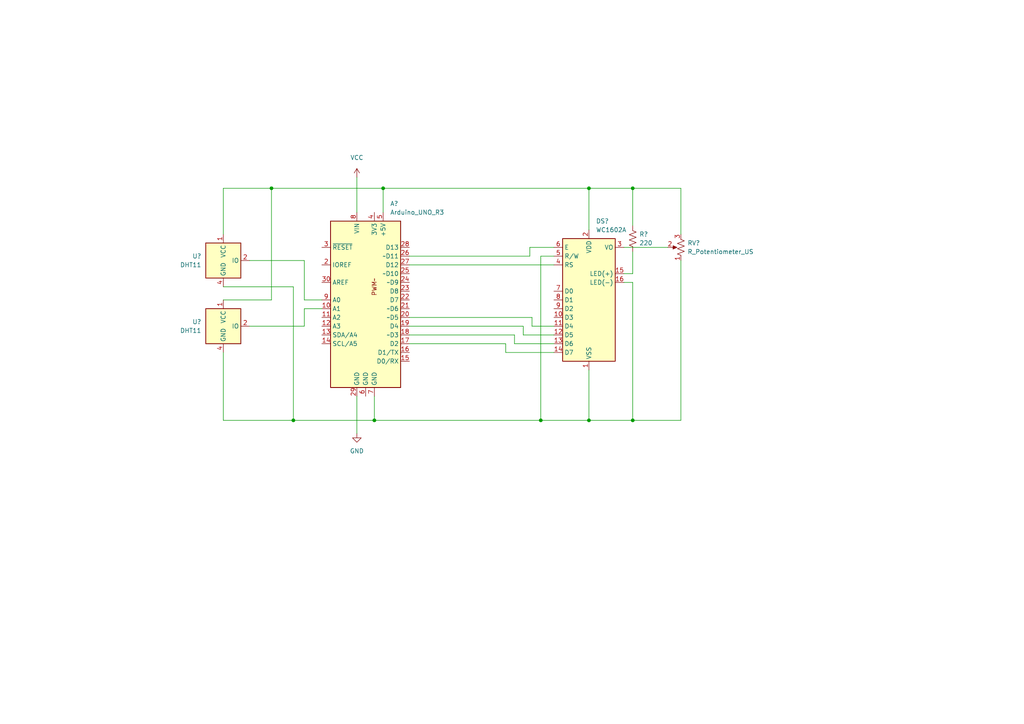
<source format=kicad_sch>
(kicad_sch (version 20211123) (generator eeschema)
  (paper "A4")
  (lib_symbols
    (symbol "Arduino:Arduino_UNO_R3"
      (property "Reference" "A" (at -10.16 23.495 0))
      (property "Value" "Arduino_UNO_R3" (at 5.08 -26.67 0))
      (symbol "Arduino_UNO_R3_0_0"
        (text "PWM~" (at 2.54 3.81 900) (effects (font (size 1.27 1.27))))
      )
      (symbol "Arduino_UNO_R3_0_1"
        (rectangle (start -10.16 22.86) (end 10.16 -25.4) (stroke (width 0.254)) (fill (type background)))
      )
      (symbol "Arduino_UNO_R3_1_1"
        (pin bidirectional line (at -12.7 -2.54 0) (length 2.54) (name "A1") (number "10"))
        (pin bidirectional line (at -12.7 -5.08 0) (length 2.54) (name "A2") (number "11"))
        (pin bidirectional line (at -12.7 -7.62 0) (length 2.54) (name "A3") (number "12"))
        (pin bidirectional line (at -12.7 -10.16 0) (length 2.54) (name "SDA/A4") (number "13"))
        (pin bidirectional line (at -12.7 -12.7 0) (length 2.54) (name "SCL/A5") (number "14"))
        (pin bidirectional line (at 12.7 -17.78 180) (length 2.54) (name "D0/RX") (number "15"))
        (pin bidirectional line (at 12.7 -15.24 180) (length 2.54) (name "D1/TX") (number "16"))
        (pin bidirectional line (at 12.7 -12.7 180) (length 2.54) (name "D2") (number "17"))
        (pin bidirectional line (at 12.7 -10.16 180) (length 2.54) (name "~D3") (number "18"))
        (pin bidirectional line (at 12.7 -7.62 180) (length 2.54) (name "D4") (number "19"))
        (pin output line (at -12.7 10.16 0) (length 2.54) (name "IOREF") (number "2"))
        (pin bidirectional line (at 12.7 -5.08 180) (length 2.54) (name "~D5") (number "20"))
        (pin bidirectional line (at 12.7 -2.54 180) (length 2.54) (name "~D6") (number "21"))
        (pin bidirectional line (at 12.7 0 180) (length 2.54) (name "D7") (number "22"))
        (pin bidirectional line (at 12.7 2.54 180) (length 2.54) (name "D8") (number "23"))
        (pin bidirectional line (at 12.7 5.08 180) (length 2.54) (name "~D9") (number "24"))
        (pin bidirectional line (at 12.7 7.62 180) (length 2.54) (name "~D10") (number "25"))
        (pin bidirectional line (at 12.7 12.7 180) (length 2.54) (name "~D11") (number "26"))
        (pin bidirectional line (at 12.7 10.16 180) (length 2.54) (name "D12") (number "27"))
        (pin bidirectional line (at 12.7 15.24 180) (length 2.54) (name "D13") (number "28"))
        (pin power_in line (at -2.54 -27.94 90) (length 2.54) (name "GND") (number "29"))
        (pin input line (at -12.7 15.24 0) (length 2.54) (name "~{RESET}") (number "3"))
        (pin input line (at -12.7 5.08 0) (length 2.54) (name "AREF") (number "30"))
        (pin power_out line (at 2.54 25.4 270) (length 2.54) (name "3V3") (number "4"))
        (pin power_out line (at 5.08 25.4 270) (length 2.54) (name "+5V") (number "5"))
        (pin power_in line (at 0 -27.94 90) (length 2.54) (name "GND") (number "6"))
        (pin power_in line (at 2.54 -27.94 90) (length 2.54) (name "GND") (number "7"))
        (pin power_in line (at -2.54 25.4 270) (length 2.54) (name "VIN") (number "8"))
        (pin bidirectional line (at -12.7 0 0) (length 2.54) (name "A0") (number "9"))
      )
    )
    (symbol "Device:R_Potentiometer_US" (pin_names (offset 1.016) hide)
      (property "Reference" "RV" (at -4.445 0 90))
      (property "Value" "R_Potentiometer_US" (at -2.54 0 90))
      (symbol "R_Potentiometer_US_0_1"
        (polyline (pts (xy 0 -2.286) (xy 0 -2.54)))
        (polyline (pts (xy 0 2.54) (xy 0 2.286)))
        (polyline (pts (xy 2.54 0) (xy 1.524 0)))
        (polyline (pts (xy 1.143 0) (xy 2.286 0.508) (xy 2.286 -0.508) (xy 1.143 0)) (fill (type outline)))
        (polyline (pts (xy 0 -0.762) (xy 1.016 -1.143) (xy 0 -1.524) (xy -1.016 -1.905) (xy 0 -2.286)))
        (polyline (pts (xy 0 0.762) (xy 1.016 0.381) (xy 0 0) (xy -1.016 -0.381) (xy 0 -0.762)))
        (polyline (pts (xy 0 2.286) (xy 1.016 1.905) (xy 0 1.524) (xy -1.016 1.143) (xy 0 0.762)))
      )
      (symbol "R_Potentiometer_US_1_1"
        (pin passive line (at 0 3.81 270) (length 1.27) (name "1") (number "1"))
        (pin passive line (at 3.81 0 180) (length 1.27) (name "2") (number "2"))
        (pin passive line (at 0 -3.81 90) (length 1.27) (name "3") (number "3"))
      )
    )
    (symbol "Device:R_US" (pin_numbers hide) (pin_names (offset 0))
      (property "Reference" "R" (at 2.54 0 90))
      (property "Value" "R_US" (at -2.54 0 90))
      (symbol "R_US_0_1"
        (polyline (pts (xy 0 -2.286) (xy 0 -2.54)))
        (polyline (pts (xy 0 2.286) (xy 0 2.54)))
        (polyline (pts (xy 0 -0.762) (xy 1.016 -1.143) (xy 0 -1.524) (xy -1.016 -1.905) (xy 0 -2.286)))
        (polyline (pts (xy 0 0.762) (xy 1.016 0.381) (xy 0 0) (xy -1.016 -0.381) (xy 0 -0.762)))
        (polyline (pts (xy 0 2.286) (xy 1.016 1.905) (xy 0 1.524) (xy -1.016 1.143) (xy 0 0.762)))
      )
      (symbol "R_US_1_1"
        (pin passive line (at 0 3.81 270) (length 1.27) (name "~") (number "1"))
        (pin passive line (at 0 -3.81 90) (length 1.27) (name "~") (number "2"))
      )
    )
    (symbol "Display_Character:WC1602A"
      (property "Reference" "DS" (at -5.842 19.05 0))
      (property "Value" "WC1602A" (at 5.334 19.05 0))
      (symbol "WC1602A_1_1"
        (rectangle (start -7.62 17.78) (end 7.62 -17.78) (stroke (width 0.254)) (fill (type background)))
        (pin power_in line (at 0 -20.32 90) (length 2.54) (name "VSS") (number "1"))
        (pin input line (at -10.16 -5.08 0) (length 2.54) (name "D3") (number "10"))
        (pin input line (at -10.16 -7.62 0) (length 2.54) (name "D4") (number "11"))
        (pin input line (at -10.16 -10.16 0) (length 2.54) (name "D5") (number "12"))
        (pin input line (at -10.16 -12.7 0) (length 2.54) (name "D6") (number "13"))
        (pin input line (at -10.16 -15.24 0) (length 2.54) (name "D7") (number "14"))
        (pin power_in line (at 10.16 7.62 180) (length 2.54) (name "LED(+)") (number "15"))
        (pin power_in line (at 10.16 5.08 180) (length 2.54) (name "LED(-)") (number "16"))
        (pin power_in line (at 0 20.32 270) (length 2.54) (name "VDD") (number "2"))
        (pin input line (at 10.16 15.24 180) (length 2.54) (name "VO") (number "3"))
        (pin input line (at -10.16 10.16 0) (length 2.54) (name "RS") (number "4"))
        (pin input line (at -10.16 12.7 0) (length 2.54) (name "R/W") (number "5"))
        (pin input line (at -10.16 15.24 0) (length 2.54) (name "E") (number "6"))
        (pin input line (at -10.16 2.54 0) (length 2.54) (name "D0") (number "7"))
        (pin input line (at -10.16 0 0) (length 2.54) (name "D1") (number "8"))
        (pin input line (at -10.16 -2.54 0) (length 2.54) (name "D2") (number "9"))
      )
    )
    (symbol "Sensor:DHT11"
      (property "Reference" "U" (at -3.81 6.35 0))
      (property "Value" "DHT11" (at 3.81 6.35 0))
      (symbol "DHT11_0_1"
        (rectangle (start -5.08 5.08) (end 5.08 -5.08) (stroke (width 0.254)) (fill (type background)))
      )
      (symbol "DHT11_1_1"
        (pin power_in line (at 0 7.62 270) (length 2.54) (name "VCC") (number "1"))
        (pin bidirectional line (at 7.62 0 180) (length 2.54) (name "IO") (number "2"))
        (pin no_connect line (at -5.08 0 0) (length 2.54) hide (name "NC") (number "3"))
        (pin power_in line (at 0 -7.62 90) (length 2.54) (name "GND") (number "4"))
      )
    )
    (symbol "power:GND" (power) (pin_names (offset 0))
      (property "Value" "GND" (at 0 -3.81 0))
      (symbol "GND_0_1"
        (polyline (pts (xy 0 0) (xy 0 -1.27) (xy 1.27 -1.27) (xy 0 -2.54) (xy -1.27 -1.27) (xy 0 -1.27)))
      )
      (symbol "GND_1_1"
        (pin power_in line (at 0 0 270) (length 0) hide (name "GND") (number "1"))
      )
    )
    (symbol "power:VCC" (power) (pin_names (offset 0))
      (property "Value" "VCC" (at 0 3.81 0))
      (symbol "VCC_0_1"
        (polyline (pts (xy -0.762 1.27) (xy 0 2.54)))
        (polyline (pts (xy 0 0) (xy 0 2.54)))
        (polyline (pts (xy 0 2.54) (xy 0.762 1.27)))
      )
      (symbol "VCC_1_1"
        (pin power_in line (at 0 0 90) (length 0) hide (name "VCC") (number "1"))
      )
    )
  )
  (junction (at 170.815 121.92))
  (junction (at 170.815 54.61))
  (junction (at 156.845 121.92))
  (junction (at 78.74 54.61))
  (junction (at 85.09 121.92))
  (junction (at 183.515 54.61))
  (junction (at 111.125 54.61))
  (junction (at 108.585 121.92))
  (junction (at 183.515 121.92))
  (wire (pts (xy 78.74 54.61) (xy 111.125 54.61)))
  (wire (pts (xy 149.225 99.695) (xy 160.655 99.695)))
  (wire (pts (xy 118.745 94.615) (xy 151.765 94.615)))
  (wire (pts (xy 118.745 74.295) (xy 153.67 74.295)))
  (wire (pts (xy 156.845 74.295) (xy 156.845 121.92)))
  (wire (pts (xy 170.815 107.315) (xy 170.815 121.92)))
  (wire (pts (xy 153.67 71.755) (xy 160.655 71.755)))
  (wire (pts (xy 170.815 66.675) (xy 170.815 54.61)))
  (wire (pts (xy 118.745 97.155) (xy 149.225 97.155)))
  (wire (pts (xy 64.77 102.235) (xy 64.77 121.92)))
  (wire (pts (xy 88.265 94.615) (xy 88.265 89.535)))
  (wire (pts (xy 183.515 79.375) (xy 183.515 73.025)))
  (wire (pts (xy 118.745 92.075) (xy 154.305 92.075)))
  (wire (pts (xy 183.515 54.61) (xy 183.515 65.405)))
  (wire (pts (xy 64.77 54.61) (xy 78.74 54.61)))
  (wire (pts (xy 85.09 83.185) (xy 85.09 121.92)))
  (wire (pts (xy 88.265 75.565) (xy 88.265 86.995)))
  (wire (pts (xy 146.685 102.235) (xy 160.655 102.235)))
  (wire (pts (xy 111.125 54.61) (xy 170.815 54.61)))
  (wire (pts (xy 156.845 121.92) (xy 170.815 121.92)))
  (wire (pts (xy 64.77 86.995) (xy 78.74 86.995)))
  (wire (pts (xy 108.585 121.92) (xy 108.585 114.935)))
  (wire (pts (xy 103.505 51.435) (xy 103.505 61.595)))
  (wire (pts (xy 88.265 89.535) (xy 93.345 89.535)))
  (wire (pts (xy 160.655 74.295) (xy 156.845 74.295)))
  (wire (pts (xy 151.765 94.615) (xy 151.765 97.155)))
  (wire (pts (xy 180.975 79.375) (xy 183.515 79.375)))
  (wire (pts (xy 72.39 75.565) (xy 88.265 75.565)))
  (wire (pts (xy 153.67 74.295) (xy 153.67 71.755)))
  (wire (pts (xy 197.485 121.92) (xy 183.515 121.92)))
  (wire (pts (xy 64.77 83.185) (xy 85.09 83.185)))
  (wire (pts (xy 180.975 81.915) (xy 183.515 81.915)))
  (wire (pts (xy 183.515 54.61) (xy 197.485 54.61)))
  (wire (pts (xy 197.485 75.565) (xy 197.485 121.92)))
  (wire (pts (xy 111.125 54.61) (xy 111.125 61.595)))
  (wire (pts (xy 103.505 114.935) (xy 103.505 125.73)))
  (wire (pts (xy 88.265 86.995) (xy 93.345 86.995)))
  (wire (pts (xy 149.225 97.155) (xy 149.225 99.695)))
  (wire (pts (xy 170.815 54.61) (xy 183.515 54.61)))
  (wire (pts (xy 180.975 71.755) (xy 193.675 71.755)))
  (wire (pts (xy 151.765 97.155) (xy 160.655 97.155)))
  (wire (pts (xy 118.745 99.695) (xy 146.685 99.695)))
  (wire (pts (xy 64.77 121.92) (xy 85.09 121.92)))
  (wire (pts (xy 154.305 92.075) (xy 154.305 94.615)))
  (wire (pts (xy 154.305 94.615) (xy 160.655 94.615)))
  (wire (pts (xy 183.515 121.92) (xy 170.815 121.92)))
  (wire (pts (xy 118.745 76.835) (xy 160.655 76.835)))
  (wire (pts (xy 183.515 81.915) (xy 183.515 121.92)))
  (wire (pts (xy 108.585 121.92) (xy 156.845 121.92)))
  (wire (pts (xy 64.77 67.945) (xy 64.77 54.61)))
  (wire (pts (xy 78.74 86.995) (xy 78.74 54.61)))
  (wire (pts (xy 72.39 94.615) (xy 88.265 94.615)))
  (wire (pts (xy 146.685 99.695) (xy 146.685 102.235)))
  (wire (pts (xy 197.485 54.61) (xy 197.485 67.945)))
  (wire (pts (xy 85.09 121.92) (xy 108.585 121.92)))
  (symbol (lib_id "Device:R_Potentiometer_US") (at 197.485 71.755 180) (unit 1)
    (property "Reference" "RV?" (at 199.39 70.4849 0) (effects (justify right)))
    (property "Value" "R_Potentiometer_US" (at 199.39 73.0249 0) (effects (justify right)))
  )
  (symbol (lib_id "Sensor:DHT11") (at 64.77 94.615 0) (unit 1)
    (property "Reference" "U?" (at 58.42 93.3449 0) (effects (justify right)))
    (property "Value" "DHT11" (at 58.42 95.8849 0) (effects (justify right)))
    (property "Footprint" "Sensor:Aosong_DHT11_5.5x12.0_P2.54mm" (effects hide))
    (property "Datasheet" "http://akizukidenshi.com/download/ds/aosong/DHT11.pdf" (effects hide))
  )
  (symbol (lib_id "power:GND") (at 103.505 125.73 0) (unit 1)
    (property "Reference" "#PWR?" (effects hide))
    (property "Value" "GND" (at 103.505 130.81 0))
  )
  (symbol (lib_id "power:VCC") (at 103.505 51.435 0) (unit 1)
    (property "Reference" "#PWR?" (effects hide))
    (property "Value" "VCC" (at 103.505 45.72 0))
  )
  (symbol (lib_id "Arduino:Arduino_UNO_R3") (at 106.045 86.995 0) (unit 1)
    (property "Reference" "A?" (at 113.1444 59.055 0) (effects (justify left)))
    (property "Value" "Arduino_UNO_R3" (at 113.1444 61.595 0) (effects (justify left)))
    (property "Footprint" "Module:Arduino_UNO_R3" (effects hide))
    (property "Datasheet" "https://www.arduino.cc/en/Main/arduinoBoardUno" (effects hide))
  )
  (symbol (lib_id "Sensor:DHT11") (at 64.77 75.565 0) (unit 1)
    (property "Reference" "U?" (at 58.42 74.2949 0) (effects (justify right)))
    (property "Value" "DHT11" (at 58.42 76.8349 0) (effects (justify right)))
    (property "Footprint" "Sensor:Aosong_DHT11_5.5x12.0_P2.54mm" (effects hide))
    (property "Datasheet" "http://akizukidenshi.com/download/ds/aosong/DHT11.pdf" (effects hide))
  )
  (symbol (lib_id "Display_Character:WC1602A") (at 170.815 86.995 0) (unit 1)
    (property "Reference" "DS?" (at 172.8344 64.135 0) (effects (justify left)))
    (property "Value" "WC1602A" (at 172.8344 66.675 0) (effects (justify left)))
    (property "Footprint" "Display:WC1602A" (effects hide))
    (property "Datasheet" "http://www.wincomlcd.com/pdf/WC1602A-SFYLYHTC06.pdf" (effects hide))
  )
  (symbol (lib_id "Device:R_US") (at 183.515 69.215 0) (unit 1)
    (property "Reference" "R?" (at 185.42 67.9449 0) (effects (justify left)))
    (property "Value" "220" (at 185.42 70.4849 0) (effects (justify left)))
  )
)
</source>
